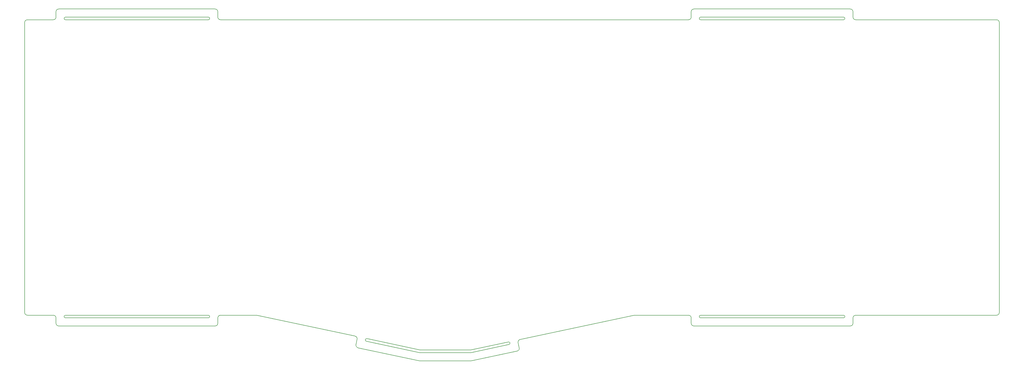
<source format=gm1>
G04 #@! TF.GenerationSoftware,KiCad,Pcbnew,(5.1.10)-1*
G04 #@! TF.CreationDate,2021-10-05T17:03:10+03:00*
G04 #@! TF.ProjectId,kolibri,6b6f6c69-6272-4692-9e6b-696361645f70,rev?*
G04 #@! TF.SameCoordinates,Original*
G04 #@! TF.FileFunction,Profile,NP*
%FSLAX46Y46*%
G04 Gerber Fmt 4.6, Leading zero omitted, Abs format (unit mm)*
G04 Created by KiCad (PCBNEW (5.1.10)-1) date 2021-10-05 17:03:10*
%MOMM*%
%LPD*%
G01*
G04 APERTURE LIST*
G04 #@! TA.AperFunction,Profile*
%ADD10C,0.200000*%
G04 #@! TD*
G04 APERTURE END LIST*
D10*
X113212499Y-140544998D02*
G75*
G02*
X112212499Y-141544998I-1000000J0D01*
G01*
X187446272Y-251270000D02*
G75*
G02*
X187654183Y-251291852I0J-999999D01*
G01*
X224115382Y-259041919D02*
X187654183Y-251291852D01*
X224115384Y-259041918D02*
G75*
G02*
X224885620Y-260227979I-207911J-978148D01*
G01*
X248077535Y-268224593D02*
X225240033Y-263370334D01*
X408760000Y-138544999D02*
X408759999Y-140545000D01*
X187446272Y-251269999D02*
X174212499Y-251269998D01*
X266893720Y-268247202D02*
X248285406Y-268246446D01*
X407759999Y-137544998D02*
G75*
G02*
X408760000Y-138544999I0J-1000001D01*
G01*
X173212499Y-138544998D02*
X173212498Y-140544998D01*
X173212498Y-252269998D02*
G75*
G02*
X174212499Y-251269998I1000001J-1D01*
G01*
X349759998Y-137544999D02*
X407759999Y-137544999D01*
X348759998Y-138544999D02*
G75*
G02*
X349759998Y-137544999I1000000J0D01*
G01*
X348759999Y-140544999D02*
X348759999Y-138544998D01*
X348759999Y-140544999D02*
G75*
G02*
X347759999Y-141544999I-1000000J0D01*
G01*
X174212499Y-141544998D02*
X347759999Y-141544999D01*
X225240033Y-263370333D02*
G75*
G02*
X224469797Y-262184273I207912J978148D01*
G01*
X174212499Y-141544998D02*
G75*
G02*
X173212498Y-140544998I0J1000001D01*
G01*
X172212498Y-137544999D02*
G75*
G02*
X173212499Y-138544998I1J-1000000D01*
G01*
X113212499Y-254269997D02*
X113212499Y-252269998D01*
X114212499Y-137544998D02*
X172212498Y-137545000D01*
X248285406Y-268246445D02*
G75*
G02*
X248077535Y-268224593I41J999999D01*
G01*
X102587499Y-141544998D02*
X112212499Y-141544998D01*
X112212499Y-251269999D02*
G75*
G02*
X113212499Y-252269998I0J-1000000D01*
G01*
X172212499Y-255269999D02*
X114212499Y-255269998D01*
X173212499Y-254269997D02*
G75*
G02*
X172212499Y-255269999I-1000001J-1D01*
G01*
X173212498Y-252269998D02*
X173212499Y-254269997D01*
X267101672Y-268225350D02*
G75*
G02*
X266893720Y-268247202I-207911J978146D01*
G01*
X113212500Y-138544999D02*
G75*
G02*
X114212499Y-137544998I1000000J1D01*
G01*
X113212499Y-140544998D02*
X113212499Y-138545001D01*
X101587499Y-142545000D02*
G75*
G02*
X102587499Y-141544998I1000001J1D01*
G01*
X102587501Y-251269998D02*
G75*
G02*
X101587499Y-250269998I-1J1000001D01*
G01*
X101587499Y-250269998D02*
X101587499Y-142545000D01*
X112212499Y-251269999D02*
X102587501Y-251269998D01*
X114212498Y-255269998D02*
G75*
G02*
X113212499Y-254269997I1J1000000D01*
G01*
X224469797Y-262184273D02*
X224885620Y-260227979D01*
X463009998Y-250269998D02*
G75*
G02*
X462009999Y-251269999I-1000000J-1D01*
G01*
X116712500Y-251269999D02*
X169712499Y-251269999D01*
X169712499Y-251269999D02*
G75*
G02*
X169712499Y-252269999I0J-500000D01*
G01*
X248392353Y-264179806D02*
G75*
G02*
X248184441Y-264157954I0J999999D01*
G01*
X266998362Y-264157955D02*
G75*
G02*
X266790450Y-264179807I-207912J978148D01*
G01*
X228517049Y-259977521D02*
X248184441Y-264157954D01*
X409759999Y-141544999D02*
G75*
G02*
X408759999Y-140545000I0J1000000D01*
G01*
X267103472Y-265157955D02*
G75*
G02*
X266895560Y-265179807I-207912J978148D01*
G01*
X116712498Y-252269999D02*
G75*
G02*
X116712500Y-251269999I1J500000D01*
G01*
X266895560Y-265179807D02*
X248287247Y-265179807D01*
X284595719Y-261439863D02*
G75*
G02*
X285365953Y-260253805I978146J207912D01*
G01*
X463009999Y-142544999D02*
X463009998Y-250269998D01*
X280964289Y-261189404D02*
G75*
G02*
X281172201Y-262167554I103956J-489075D01*
G01*
X349759999Y-255269998D02*
G75*
G02*
X348759999Y-254270000I-1J999999D01*
G01*
X348759999Y-254270000D02*
X348759999Y-252269999D01*
X405260000Y-141544999D02*
X352260000Y-141544999D01*
X266998362Y-264157954D02*
X280964289Y-261189404D01*
X228309137Y-260955669D02*
G75*
G02*
X228517049Y-259977521I103956J489074D01*
G01*
X248392353Y-264179807D02*
X266790450Y-264179807D01*
X327528585Y-251291851D02*
X285365953Y-260253805D01*
X169712499Y-252269999D02*
X116712500Y-252270000D01*
X352259999Y-140545000D02*
X405260000Y-140544999D01*
X462009999Y-251269999D02*
X409759999Y-251269999D01*
X352259999Y-251269999D02*
X405259999Y-251269999D01*
X352259999Y-252269999D02*
G75*
G02*
X352259999Y-251269999I0J500000D01*
G01*
X327528585Y-251291850D02*
G75*
G02*
X327736497Y-251269998I207911J-978150D01*
G01*
X169712499Y-140544998D02*
G75*
G02*
X169712499Y-141544998I0J-500000D01*
G01*
X407759998Y-255269999D02*
X349759998Y-255269999D01*
X408759999Y-254270000D02*
G75*
G02*
X407759998Y-255269999I-1000000J1D01*
G01*
X409760000Y-141545000D02*
X462009998Y-141544999D01*
X248287248Y-265179807D02*
G75*
G02*
X248079336Y-265157955I-1J1000000D01*
G01*
X405260000Y-140544999D02*
G75*
G02*
X405260000Y-141544999I0J-500000D01*
G01*
X352260001Y-141544998D02*
G75*
G02*
X352259999Y-140545000I-1J499999D01*
G01*
X347760000Y-251269999D02*
G75*
G02*
X348759999Y-252269999I-1J-1000000D01*
G01*
X116712499Y-141544999D02*
G75*
G02*
X116712499Y-140544997I0J500001D01*
G01*
X405259999Y-252269999D02*
X352259999Y-252269999D01*
X248079336Y-265157955D02*
X228309136Y-260955669D01*
X281172201Y-262167554D02*
X267103472Y-265157955D01*
X284595718Y-261439863D02*
X285011539Y-263396152D01*
X408759999Y-252269999D02*
X408759999Y-254270000D01*
X462009998Y-141544998D02*
G75*
G02*
X463009999Y-142544999I0J-1000001D01*
G01*
X169712499Y-141544998D02*
X116712499Y-141544999D01*
X285011539Y-263396151D02*
G75*
G02*
X284241303Y-264582209I-978147J-207911D01*
G01*
X405259999Y-251269999D02*
G75*
G02*
X405259999Y-252269999I0J-500000D01*
G01*
X408759999Y-252269999D02*
G75*
G02*
X409759999Y-251269999I1000000J0D01*
G01*
X116712499Y-140544997D02*
X169712499Y-140544998D01*
X284241303Y-264582209D02*
X267101673Y-268225350D01*
X347760000Y-251270000D02*
X327736497Y-251269998D01*
M02*

</source>
